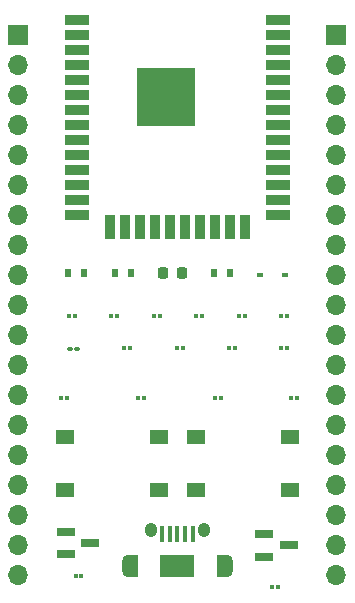
<source format=gts>
%TF.GenerationSoftware,KiCad,Pcbnew,(5.99.0-11435-g252647e93c)*%
%TF.CreationDate,2021-07-20T11:27:33+10:00*%
%TF.ProjectId,ESP32 Clone devkit,45535033-3220-4436-9c6f-6e6520646576,1*%
%TF.SameCoordinates,Original*%
%TF.FileFunction,Soldermask,Top*%
%TF.FilePolarity,Negative*%
%FSLAX46Y46*%
G04 Gerber Fmt 4.6, Leading zero omitted, Abs format (unit mm)*
G04 Created by KiCad (PCBNEW (5.99.0-11435-g252647e93c)) date 2021-07-20 11:27:33*
%MOMM*%
%LPD*%
G01*
G04 APERTURE LIST*
G04 Aperture macros list*
%AMRoundRect*
0 Rectangle with rounded corners*
0 $1 Rounding radius*
0 $2 $3 $4 $5 $6 $7 $8 $9 X,Y pos of 4 corners*
0 Add a 4 corners polygon primitive as box body*
4,1,4,$2,$3,$4,$5,$6,$7,$8,$9,$2,$3,0*
0 Add four circle primitives for the rounded corners*
1,1,$1+$1,$2,$3*
1,1,$1+$1,$4,$5*
1,1,$1+$1,$6,$7*
1,1,$1+$1,$8,$9*
0 Add four rect primitives between the rounded corners*
20,1,$1+$1,$2,$3,$4,$5,0*
20,1,$1+$1,$4,$5,$6,$7,0*
20,1,$1+$1,$6,$7,$8,$9,0*
20,1,$1+$1,$8,$9,$2,$3,0*%
G04 Aperture macros list end*
%ADD10R,0.875000X1.900000*%
%ADD11R,2.900000X1.900000*%
%ADD12R,0.400000X1.350000*%
%ADD13O,1.000000X1.900000*%
%ADD14O,1.050000X1.250000*%
%ADD15R,5.000000X5.000000*%
%ADD16R,2.000000X0.900000*%
%ADD17R,0.900000X2.000000*%
%ADD18RoundRect,0.075000X-0.125000X-0.075000X0.125000X-0.075000X0.125000X0.075000X-0.125000X0.075000X0*%
%ADD19RoundRect,0.075000X0.125000X0.075000X-0.125000X0.075000X-0.125000X-0.075000X0.125000X-0.075000X0*%
%ADD20R,1.550000X1.300000*%
%ADD21RoundRect,0.070000X-0.650000X-0.300000X0.650000X-0.300000X0.650000X0.300000X-0.650000X0.300000X0*%
%ADD22O,1.700000X1.700000*%
%ADD23R,1.700000X1.700000*%
%ADD24R,0.600000X0.700000*%
%ADD25R,0.600000X0.450000*%
%ADD26RoundRect,0.218750X-0.218750X-0.256250X0.218750X-0.256250X0.218750X0.256250X-0.218750X0.256250X0*%
%ADD27RoundRect,0.100000X-0.130000X-0.100000X0.130000X-0.100000X0.130000X0.100000X-0.130000X0.100000X0*%
G04 APERTURE END LIST*
D10*
%TO.C,J1*%
X85924500Y-117326000D03*
X93399500Y-117326000D03*
D11*
X89662000Y-117326000D03*
D12*
X90312000Y-114651000D03*
D13*
X93837000Y-117326000D03*
X85487000Y-117326000D03*
D14*
X91887000Y-114326000D03*
D12*
X90962000Y-114651000D03*
X89662000Y-114651000D03*
X89012000Y-114651000D03*
X88362000Y-114651000D03*
D14*
X87437000Y-114326000D03*
%TD*%
D15*
%TO.C,MOD1*%
X88677000Y-77620000D03*
D16*
X98177000Y-87630000D03*
X98177000Y-86360000D03*
X98177000Y-85090000D03*
X98177000Y-83820000D03*
X98177000Y-82550000D03*
X98177000Y-81280000D03*
X98177000Y-80010000D03*
X98177000Y-78740000D03*
X98177000Y-77470000D03*
X98177000Y-76200000D03*
X98177000Y-74930000D03*
X98177000Y-73660000D03*
X98177000Y-72390000D03*
X98177000Y-71120000D03*
X81177000Y-87630000D03*
X81177000Y-86360000D03*
X81177000Y-85090000D03*
X81177000Y-83820000D03*
X81177000Y-82550000D03*
X81177000Y-81280000D03*
X81177000Y-80010000D03*
X81177000Y-78740000D03*
X81177000Y-77470000D03*
X81177000Y-76200000D03*
X81177000Y-74930000D03*
X81177000Y-73660000D03*
X81177000Y-72390000D03*
D17*
X95392000Y-88630000D03*
X94122000Y-88630000D03*
X92852000Y-88630000D03*
X91582000Y-88630000D03*
X90312000Y-88630000D03*
X89042000Y-88630000D03*
X87772000Y-88630000D03*
X86502000Y-88630000D03*
X85232000Y-88630000D03*
X83962000Y-88630000D03*
D16*
X81177000Y-71120000D03*
%TD*%
D18*
%TO.C,C20*%
X84068640Y-96215200D03*
X84568640Y-96215200D03*
%TD*%
D19*
%TO.C,C15*%
X80310800Y-103124000D03*
X79810800Y-103124000D03*
%TD*%
D20*
%TO.C,SW2*%
X99191000Y-110962000D03*
X91241000Y-110962000D03*
X99191000Y-106462000D03*
X91241000Y-106462000D03*
%TD*%
%TO.C,SW1*%
X88083000Y-110962000D03*
X80133000Y-110962000D03*
X88083000Y-106462000D03*
X80133000Y-106462000D03*
%TD*%
D18*
%TO.C,R26*%
X93312932Y-103124000D03*
X92812932Y-103124000D03*
%TD*%
%TO.C,R25*%
X86811866Y-103124000D03*
X86311866Y-103124000D03*
%TD*%
%TO.C,R24*%
X91763520Y-96215200D03*
X91263520Y-96215200D03*
%TD*%
%TO.C,R23*%
X94521700Y-98907600D03*
X94021700Y-98907600D03*
%TD*%
%TO.C,R22*%
X98171000Y-119126000D03*
X97671000Y-119126000D03*
%TD*%
D19*
%TO.C,R21*%
X81030000Y-118237000D03*
X81530000Y-118237000D03*
%TD*%
%TO.C,R18*%
X98458400Y-96215200D03*
X98958400Y-96215200D03*
%TD*%
D18*
%TO.C,R17*%
X95360960Y-96215200D03*
X94860960Y-96215200D03*
%TD*%
%TO.C,R11*%
X98954400Y-98907600D03*
X98454400Y-98907600D03*
%TD*%
%TO.C,R2*%
X90089000Y-98907600D03*
X89589000Y-98907600D03*
%TD*%
D21*
%TO.C,Q2*%
X96994000Y-114670800D03*
X96994000Y-116570800D03*
X99094000Y-115620800D03*
%TD*%
%TO.C,Q1*%
X80191000Y-114467600D03*
X80191000Y-116367600D03*
X82291000Y-115417600D03*
%TD*%
D22*
%TO.C,J3*%
X103124000Y-118110000D03*
X103124000Y-115570000D03*
X103124000Y-113030000D03*
X103124000Y-110490000D03*
X103124000Y-107950000D03*
X103124000Y-105410000D03*
X103124000Y-102870000D03*
X103124000Y-100330000D03*
X103124000Y-97790000D03*
X103124000Y-95250000D03*
X103124000Y-92710000D03*
X103124000Y-90170000D03*
X103124000Y-87630000D03*
X103124000Y-85090000D03*
X103124000Y-82550000D03*
X103124000Y-80010000D03*
X103124000Y-77470000D03*
X103124000Y-74930000D03*
D23*
X103124000Y-72390000D03*
%TD*%
D22*
%TO.C,J2*%
X76200000Y-118110000D03*
X76200000Y-115570000D03*
X76200000Y-113030000D03*
X76200000Y-110490000D03*
X76200000Y-107950000D03*
X76200000Y-105410000D03*
X76200000Y-102870000D03*
X76200000Y-100330000D03*
X76200000Y-97790000D03*
X76200000Y-95250000D03*
X76200000Y-92710000D03*
X76200000Y-90170000D03*
X76200000Y-87630000D03*
X76200000Y-85090000D03*
X76200000Y-82550000D03*
X76200000Y-80010000D03*
X76200000Y-77470000D03*
X76200000Y-74930000D03*
D23*
X76200000Y-72390000D03*
%TD*%
D24*
%TO.C,D6*%
X80376800Y-92510800D03*
X81776800Y-92510800D03*
%TD*%
%TO.C,D5*%
X84329900Y-92510800D03*
X85729900Y-92510800D03*
%TD*%
%TO.C,D4*%
X92736100Y-92510800D03*
X94136100Y-92510800D03*
%TD*%
D25*
%TO.C,D3*%
X98789200Y-92760800D03*
X96689200Y-92760800D03*
%TD*%
D26*
%TO.C,D1*%
X90040500Y-92580800D03*
X88465500Y-92580800D03*
%TD*%
D18*
%TO.C,C22*%
X80971200Y-96215200D03*
X80471200Y-96215200D03*
%TD*%
D27*
%TO.C,C21*%
X81193600Y-98957600D03*
X80553600Y-98957600D03*
%TD*%
D18*
%TO.C,C19*%
X85656300Y-98907600D03*
X85156300Y-98907600D03*
%TD*%
%TO.C,C14*%
X99814000Y-103124000D03*
X99314000Y-103124000D03*
%TD*%
%TO.C,C9*%
X88166080Y-96215200D03*
X87666080Y-96215200D03*
%TD*%
M02*

</source>
